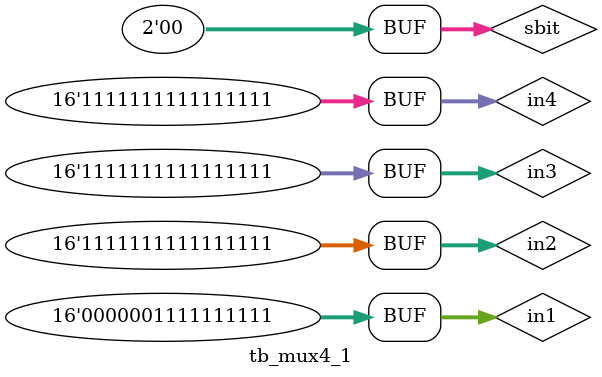
<source format=v>
module mux4_1(out,in1,in2,in3,in4,sbit);

input [15:0]in1,in2,in3,in4;
input [1:0]sbit;
output [15:0]out;
//output [9:0]out1;

assign out = (sbit==0)? in1:(sbit ==1 ? in2:(sbit==2 ? in3 : in4));
//assign out1 = out;
endmodule

module tb_mux4_1();
wire [15:0] out;
//wire [9:0] out1;
reg [15:0] in1,in2,in3,in4;
reg [1:0] sbit;
mux4_1 uut(out,in1,in2,in3,in4,sbit);
initial $monitor("t=%3d, out=%b, in1=%b, in2=%b,in3=%b, in4=%b, sbit=%b",$time,out,in1,in2,in3,in4,sbit);
initial
begin
#000 sbit = 2'b00;
#000 in1 = 16'b1111111111;
#000 in2 = 16'hffff;
#000 in3 = 16'hffff;
#000 in4 = 16'hffff;
end
endmodule


</source>
